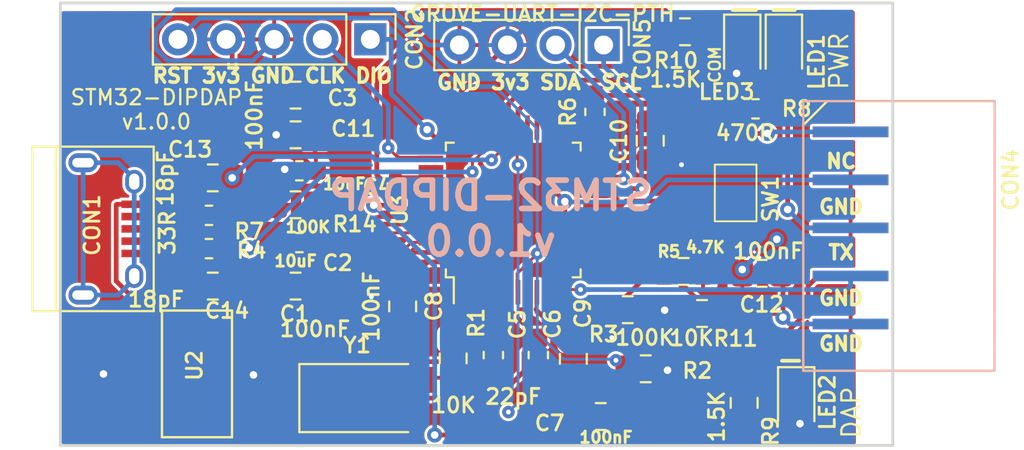
<source format=kicad_pcb>
(kicad_pcb (version 20171130) (host pcbnew 5.0.2-5.fc29)
  (layers (0 Top signal) (31 Bottom signal) (34 B.Paste user) (35 F.Paste user) (36 B.SilkS user) (37 F.SilkS user) (38 B.Mask user) (39 F.Mask user) (44 Edge.Cuts user))
  (net 0 "")
  (net 1 GND)
  (net 2 +3.3V)
  (net 3 /I2C1_SDA)
  (net 4 /I2C1_SCL)
  (net 5 "Net-(R14-Pad2)")
  (net 6 "Net-(U3-Pad43)")
  (net 7 /LED_DAP_BLUE)
  (net 8 /LED_COM_GRN)
  (net 9 "Net-(U3-Pad40)")
  (net 10 /SPI1_SCK)
  (net 11 "Net-(U3-Pad38)")
  (net 12 /IF_SWCLK)
  (net 13 /I2C2_SDA)
  (net 14 /I2C2_SCL)
  (net 15 /AIN12_9)
  (net 16 /TGT_NRESET)
  (net 17 /SPI1_MOSI)
  (net 18 /SPI1_MISO)
  (net 19 /TGT_SWCLK)
  (net 20 /SPI1_NSS)
  (net 21 /TGT_TX)
  (net 22 "Net-(R6-Pad1)")
  (net 23 /TGT_SWDIO)
  (net 24 "Net-(U3-Pad28)")
  (net 25 "Net-(U3-Pad29)")
  (net 26 /LED_PWR_RED)
  (net 27 /TGT_SWO)
  (net 28 "Net-(C13-Pad1)")
  (net 29 "Net-(C14-Pad1)")
  (net 30 /IF_SWDIO)
  (net 31 /TGT_RX)
  (net 32 /AIN12_1)
  (net 33 "Net-(R3-Pad2)")
  (net 34 /IF_NRESET)
  (net 35 "Net-(C6-Pad1)")
  (net 36 "Net-(C5-Pad1)")
  (net 37 "Net-(U3-Pad4)")
  (net 38 "Net-(U3-Pad3)")
  (net 39 "Net-(R1-Pad2)")
  (net 40 "Net-(C1-Pad1)")
  (net 41 /TGT_USB_D-)
  (net 42 /TGT_USB_D+)
  (net 43 "Net-(CON4-Pad1)")
  (net 44 "Net-(LED1-Pad2)")
  (net 45 "Net-(LED2-Pad1)")
  (net 46 "Net-(LED3-Pad1)")
  (net 47 "Net-(CON1-Pad4)")
  (net 48 "Net-(CON1-Pad6)")
  (module STM32-DIPDAP-v1.0.0:SOT223 (layer Top) (at 122.375 113.9 90)
    (fp_text reference U2 (at -0.475 3.2 90) (layer F.SilkS) (effects (font (size 0.8 0.8)) (justify left bottom)))
    (fp_text value TLV1117LV33DCYR)
    (pad IN smd rect (at 2.3 5.8 90) (size 0.95 2.15) (layers Top F.Paste F.Mask) (net 40 "Net-(C1-Pad1)"))
    (pad GND smd rect (at -2.3 5.8 90) (size 0.95 2.15) (layers Top F.Paste F.Mask) (net 1 GND))
    (pad "OUT(1)" smd rect (at 0 5.8 90) (size 0.95 2.15) (layers Top F.Paste F.Mask) (net 2 +3.3V))
    (pad "OUT(2)" smd rect (at 0 0 90) (size 3.25 2.15) (layers Top F.Paste F.Mask) (net 2 +3.3V))
  )
  (module STM32-DIPDAP-v1.0.0:SKRKAEE010 (layer Top) (at 153.7 104.35 90)
    (fp_text reference SW1 (at 1 1.375 90) (layer F.SilkS) (effects (font (size 0.8 0.8)) (justify right top)))
    (fp_text value SKRKAEE010 hide)
    (pad P$2 smd rect (at 2.1 0 90) (size 0.8 2) (layers Top F.Paste F.Mask) (net 1 GND))
    (pad P$1 smd rect (at -2.1 0 90) (size 0.8 2) (layers Top F.Paste F.Mask) (net 16 /TGT_NRESET))
  )
  (module STM32-DIPDAP-v1.0.0:TP07R (layer Top) (at 150.15 104.775)
    (fp_text reference TP1 hide)
    (fp_text value PTR1TP07R)
    (pad TP smd roundrect (at 0 0) (size 0.7 0.7) (layers Top F.Mask) (roundrect_rratio 0.5) (net 15 /AIN12_9))
  )
  (module STM32-DIPDAP-v1.0.0:TP07R (layer Top) (at 148.1 108.75)
    (fp_text reference TP2 hide)
    (fp_text value PTR1TP07R)
    (pad TP smd roundrect (at 0 0) (size 0.7 0.7) (layers Top F.Mask) (roundrect_rratio 0.5) (net 32 /AIN12_1))
  )
  (module STM32-DIPDAP-v1.0.0:TP07R (layer Top) (at 135.7271 107.8096)
    (fp_text reference TP3 hide)
    (fp_text value PTR1TP07R)
    (pad TP smd roundrect (at 0 0) (size 0.7 0.7) (layers Top F.Mask) (roundrect_rratio 0.5) (net 3 /I2C1_SDA))
  )
  (module STM32-DIPDAP-v1.0.0:TP07R (layer Top) (at 134.0761 107.8096)
    (fp_text reference TP4 hide)
    (fp_text value PTR1TP07R)
    (pad TP smd roundrect (at 0 0) (size 0.7 0.7) (layers Top F.Mask) (roundrect_rratio 0.5) (net 4 /I2C1_SCL))
  )
  (module STM32-DIPDAP-v1.0.0:TP07R (layer Top) (at 148.15 107.3)
    (fp_text reference TP5 hide)
    (fp_text value PTR1TP07R)
    (pad TP smd roundrect (at 0 0) (size 0.7 0.7) (layers Top F.Mask) (roundrect_rratio 0.5) (net 20 /SPI1_NSS))
  )
  (module STM32-DIPDAP-v1.0.0:TP07R (layer Top) (at 135.7271 103.4916)
    (fp_text reference TP6 hide)
    (fp_text value PTR1TP07R)
    (pad TP smd roundrect (at 0 0) (size 0.7 0.7) (layers Top F.Mask) (roundrect_rratio 0.5) (net 10 /SPI1_SCK))
  )
  (module STM32-DIPDAP-v1.0.0:TP07R (layer Top) (at 150.5 106.675)
    (fp_text reference TP7 hide)
    (fp_text value PTR1TP07R)
    (pad TP smd roundrect (at 0 0) (size 0.7 0.7) (layers Top F.Mask) (roundrect_rratio 0.5) (net 17 /SPI1_MOSI))
  )
  (module STM32-DIPDAP-v1.0.0:TP07R (layer Top) (at 149.35 106.675)
    (fp_text reference TP8 hide)
    (fp_text value PTR1TP07R)
    (pad TP smd roundrect (at 0 0) (size 0.7 0.7) (layers Top F.Mask) (roundrect_rratio 0.5) (net 18 /SPI1_MISO))
  )
  (module Capacitor_SMD:C_0805_2012Metric_Pad1.15x1.40mm_HandSolder (layer Top) (at 130.45 109.275)
    (fp_text reference C1 (at -0.05 1.475) (layer F.SilkS) (effects (font (size 0.8 0.8))))
    (fp_text value 100nF (at 1.025 2.275) (layer F.SilkS) (effects (font (size 0.8 0.8))))
    (pad 1 smd roundrect (at -1.025 0) (size 1.15 1.4) (layers Top F.Paste F.Mask) (roundrect_rratio 0.217391) (net 40 "Net-(C1-Pad1)"))
    (pad 2 smd roundrect (at 1.025 0) (size 1.15 1.4) (layers Top F.Paste F.Mask) (roundrect_rratio 0.217391) (net 1 GND))
  )
  (module Capacitor_SMD:C_0603_1608Metric_Pad1.05x0.95mm_HandSolder (layer Top) (at 130.65 106.975)
    (fp_text reference C2 (at 2.025 1.075) (layer F.SilkS) (effects (font (size 0.8 0.8))))
    (fp_text value 10uF (at -0.2 0.975) (layer F.SilkS) (effects (font (size 0.6 0.6))))
    (pad 2 smd roundrect (at 0.875 0) (size 1.05 0.95) (layers Top F.Paste F.Mask) (net 1 GND))
    (pad 1 smd roundrect (at -0.875 0) (size 1.05 0.95) (layers Top F.Paste F.Mask) (net 40 "Net-(C1-Pad1)"))
  )
  (module Capacitor_SMD:C_0805_2012Metric_Pad1.15x1.40mm_HandSolder (layer Top) (at 130.45 99.175)
    (fp_text reference C3 (at 2.475 0.15) (layer F.SilkS) (effects (font (size 0.8 0.8))))
    (fp_text value 100nF)
    (pad 1 smd roundrect (at -1.025 0) (size 1.15 1.4) (layers Top F.Paste F.Mask) (roundrect_rratio 0.217391) (net 2 +3.3V))
    (pad 2 smd roundrect (at 1.025 0) (size 1.15 1.4) (layers Top F.Paste F.Mask) (roundrect_rratio 0.217391) (net 1 GND))
  )
  (module Capacitor_SMD:C_0603_1608Metric_Pad1.05x0.95mm_HandSolder (layer Top) (at 130.65 103.175)
    (fp_text reference C4 (at 4.125 0.85) (layer F.SilkS) (effects (font (size 0.8 0.8))))
    (fp_text value 10uF (at 2.375 0.7) (layer F.SilkS) (effects (font (size 0.6 0.6))))
    (pad 1 smd roundrect (at -0.875 0) (size 1.05 0.95) (layers Top F.Paste F.Mask) (net 2 +3.3V))
    (pad 2 smd roundrect (at 0.875 0) (size 1.05 0.95) (layers Top F.Paste F.Mask) (net 1 GND))
  )
  (module Capacitor_SMD:C_0603_1608Metric_Pad1.05x0.95mm_HandSolder (layer Top) (at 140.9 112.925 270)
    (fp_text reference C5 (at -1.625 -1.275 270) (layer F.SilkS) (effects (font (size 0.8 0.8))))
    (fp_text value 22pF)
    (pad 2 smd roundrect (at 0.875 0 270) (size 1.05 0.95) (layers Top F.Paste F.Mask) (net 1 GND))
    (pad 1 smd roundrect (at -0.875 0 270) (size 1.05 0.95) (layers Top F.Paste F.Mask) (net 36 "Net-(C5-Pad1)"))
  )
  (module Capacitor_SMD:C_0603_1608Metric_Pad1.05x0.95mm_HandSolder (layer Top) (at 143.275 112.925 270)
    (fp_text reference C6 (at -1.65 -0.75 270) (layer F.SilkS) (effects (font (size 0.8 0.8))))
    (fp_text value 22pF (at 2.2 1.325) (layer F.SilkS) (effects (font (size 0.8 0.8))))
    (pad 1 smd roundrect (at -0.875 0 270) (size 1.05 0.95) (layers Top F.Paste F.Mask) (net 35 "Net-(C6-Pad1)"))
    (pad 2 smd roundrect (at 0.875 0 270) (size 1.05 0.95) (layers Top F.Paste F.Mask) (net 1 GND))
  )
  (module Capacitor_SMD:C_0805_2012Metric_Pad1.15x1.40mm_HandSolder (layer Top) (at 146.575 116.175 180)
    (fp_text reference C7 (at 2.7 -0.35 180) (layer F.SilkS) (effects (font (size 0.8 0.8))))
    (fp_text value 100nF (at -0.275 -1.1 180) (layer F.SilkS) (effects (font (size 0.6 0.6))))
    (pad 2 smd roundrect (at 1.025 0 180) (size 1.15 1.4) (layers Top F.Paste F.Mask) (roundrect_rratio 0.217391) (net 1 GND))
    (pad 1 smd roundrect (at -1.025 0 180) (size 1.15 1.4) (layers Top F.Paste F.Mask) (roundrect_rratio 0.217391) (net 34 /IF_NRESET))
  )
  (module Capacitor_SMD:C_0805_2012Metric_Pad1.15x1.40mm_HandSolder (layer Top) (at 136.1081 110.3496 270)
    (fp_text reference C8 (at 0 -1.65 270) (layer F.SilkS) (effects (font (size 0.8 0.8))))
    (fp_text value 100nF (at 0 1.65 270) (layer F.SilkS) (effects (font (size 0.8 0.8))))
    (pad 1 smd roundrect (at -1.025 0 270) (size 1.15 1.4) (layers Top F.Paste F.Mask) (roundrect_rratio 0.217391) (net 2 +3.3V))
    (pad 2 smd roundrect (at 1.025 0 270) (size 1.15 1.4) (layers Top F.Paste F.Mask) (roundrect_rratio 0.217391) (net 1 GND))
  )
  (module Capacitor_SMD:C_0805_2012Metric_Pad1.15x1.40mm_HandSolder (layer Top) (at 145.125 113.125 270)
    (fp_text reference C9 (at -2.4 -0.5 270) (layer F.SilkS) (effects (font (size 0.8 0.8))))
    (fp_text value 100nF)
    (pad 2 smd roundrect (at 1.025 0 270) (size 1.15 1.4) (layers Top F.Paste F.Mask) (roundrect_rratio 0.217391) (net 1 GND))
    (pad 1 smd roundrect (at -1.025 0 270) (size 1.15 1.4) (layers Top F.Paste F.Mask) (roundrect_rratio 0.217391) (net 2 +3.3V))
  )
  (module Capacitor_SMD:C_0805_2012Metric_Pad1.15x1.40mm_HandSolder (layer Top) (at 149.1891 101.5866 90)
    (fp_text reference C10 (at 0 -1.65 90) (layer F.SilkS) (effects (font (size 0.8 0.8))))
    (fp_text value 100nF)
    (pad 2 smd roundrect (at 1.025 0 90) (size 1.15 1.4) (layers Top F.Paste F.Mask) (roundrect_rratio 0.217391) (net 1 GND))
    (pad 1 smd roundrect (at -1.025 0 90) (size 1.15 1.4) (layers Top F.Paste F.Mask) (roundrect_rratio 0.217391) (net 2 +3.3V))
  )
  (module Capacitor_SMD:C_0805_2012Metric_Pad1.15x1.40mm_HandSolder (layer Top) (at 130.45 101.275)
    (fp_text reference C11 (at 3.05 -0.325) (layer F.SilkS) (effects (font (size 0.8 0.8))))
    (fp_text value 100nF (at -2.175 -1.025 90) (layer F.SilkS) (effects (font (size 0.8 0.8))))
    (pad 2 smd roundrect (at 1.025 0) (size 1.15 1.4) (layers Top F.Paste F.Mask) (roundrect_rratio 0.217391) (net 1 GND))
    (pad 1 smd roundrect (at -1.025 0) (size 1.15 1.4) (layers Top F.Paste F.Mask) (roundrect_rratio 0.217391) (net 2 +3.3V))
  )
  (module Capacitor_SMD:C_0805_2012Metric_Pad1.15x1.40mm_HandSolder (layer Top) (at 155.075 108.6 180)
    (fp_text reference C12 (at 0 -1.65 180) (layer F.SilkS) (effects (font (size 0.8 0.8))))
    (fp_text value 100nF (at -0.35 1.175 180) (layer F.SilkS) (effects (font (size 0.8 0.8))))
    (pad 1 smd roundrect (at -1.025 0 180) (size 1.15 1.4) (layers Top F.Paste F.Mask) (roundrect_rratio 0.217391) (net 16 /TGT_NRESET))
    (pad 2 smd roundrect (at 1.025 0 180) (size 1.15 1.4) (layers Top F.Paste F.Mask) (roundrect_rratio 0.217391) (net 1 GND))
  )
  (module Capacitor_SMD:C_0805_2012Metric_Pad1.15x1.40mm_HandSolder (layer Top) (at 126.075 103.552 180)
    (fp_text reference C13 (at 1.2 1.502 180) (layer F.SilkS) (effects (font (size 0.8 0.8))))
    (fp_text value 18pF (at 2.5 -0.023 270) (layer F.SilkS) (effects (font (size 0.8 0.8))))
    (pad 1 smd roundrect (at -1.025 0 180) (size 1.15 1.4) (layers Top F.Paste F.Mask) (roundrect_rratio 0.217391) (net 28 "Net-(C13-Pad1)"))
    (pad 2 smd roundrect (at 1.025 0 180) (size 1.15 1.4) (layers Top F.Paste F.Mask) (roundrect_rratio 0.217391) (net 1 GND))
  )
  (module Capacitor_SMD:C_0805_2012Metric_Pad1.15x1.40mm_HandSolder (layer Top) (at 126.075 109.275 180)
    (fp_text reference C14 (at -0.75 -1.3 180) (layer F.SilkS) (effects (font (size 0.8 0.8))))
    (fp_text value 18pF (at 3 -0.7 180) (layer F.SilkS) (effects (font (size 0.8 0.8))))
    (pad 2 smd roundrect (at 1.025 0 180) (size 1.15 1.4) (layers Top F.Paste F.Mask) (roundrect_rratio 0.217391) (net 1 GND))
    (pad 1 smd roundrect (at -1.025 0 180) (size 1.15 1.4) (layers Top F.Paste F.Mask) (roundrect_rratio 0.217391) (net 29 "Net-(C14-Pad1)"))
  )
  (module Icenowy_Connectors:USB_Micro-B_Connector (layer Top) (at 120.575 106.25 270)
    (fp_text reference CON1 (at -0.2 0.875 270) (layer F.SilkS) (effects (font (size 0.8 0.8))))
    (fp_text value USB_B_Micro)
    (pad 1 smd rect (at -1.3 -1.35) (size 1.35 0.4) (layers Top F.Paste F.Mask) (net 40 "Net-(C1-Pad1)"))
    (pad 2 smd rect (at -0.65 -1.35) (size 1.35 0.4) (layers Top F.Paste F.Mask) (net 41 /TGT_USB_D-))
    (pad 3 smd rect (at 0 -1.35) (size 1.35 0.4) (layers Top F.Paste F.Mask) (net 42 /TGT_USB_D+))
    (pad 4 smd rect (at 0.65 -1.35) (size 1.35 0.4) (layers Top F.Paste F.Mask) (net 47 "Net-(CON1-Pad4)"))
    (pad 5 smd rect (at 1.3 -1.35) (size 1.35 0.4) (layers Top F.Paste F.Mask) (net 1 GND))
    (pad 6 thru_hole oval (at -2.5 -1.35) (size 0.95 1.25) (drill oval 0.55 0.85) (layers *.Cu *.Mask) (net 48 "Net-(CON1-Pad6)"))
    (pad 6 thru_hole oval (at 2.5 -1.35) (size 0.95 1.25) (drill oval 0.55 0.85) (layers *.Cu *.Mask) (net 48 "Net-(CON1-Pad6)"))
    (pad 6 thru_hole oval (at -3.5 1.35) (size 1.55 1) (drill oval 1.15 0.5) (layers *.Cu *.Mask) (net 48 "Net-(CON1-Pad6)"))
    (pad 6 thru_hole oval (at 3.5 1.35) (size 1.55 1) (drill oval 1.15 0.5) (layers *.Cu *.Mask) (net 48 "Net-(CON1-Pad6)"))
  )
  (module Icenowy_Connectors:Connector_2x05_P2.54mm_Edge (layer Top) (at 162.275 103.65 270)
    (fp_text reference CON4 (at 0 -5.95 270) (layer F.SilkS) (effects (font (size 0.8 0.8))))
    (fp_text value SWD-10-SMD)
    (pad 10 connect rect (at 7.63 2.5 270) (size 0.56 4) (layers Bottom B.Mask) (net 16 /TGT_NRESET))
    (pad 9 connect rect (at 7.63 2.5 270) (size 0.56 4) (layers Top F.Mask) (net 1 GND))
    (pad 8 connect rect (at 5.09 2.5 270) (size 0.56 4) (layers Bottom B.Mask) (net 31 /TGT_RX))
    (pad 7 connect rect (at 5.09 2.5 270) (size 0.56 4) (layers Top F.Mask) (net 21 /TGT_TX))
    (pad 6 connect rect (at 2.55 2.5 270) (size 0.56 4) (layers Bottom B.Mask) (net 27 /TGT_SWO))
    (pad 5 connect rect (at 2.55 2.5 270) (size 0.56 4) (layers Top F.Mask) (net 1 GND))
    (pad 4 connect rect (at 0.01 2.5 270) (size 0.56 4) (layers Bottom B.Mask) (net 19 /TGT_SWCLK))
    (pad 3 connect rect (at 0.01 2.5 270) (size 0.56 4) (layers Top F.Mask) (net 1 GND))
    (pad 2 connect rect (at -2.53 2.5 270) (size 0.56 4) (layers Bottom B.Mask) (net 23 /TGT_SWDIO))
    (pad 1 connect rect (at -2.53 2.5 270) (size 0.56 4) (layers Top F.Mask) (net 43 "Net-(CON4-Pad1)"))
  )
  (module LED_SMD:LED_0805_2012Metric_Pad1.15x1.40mm_HandSolder (layer Top) (at 156.25 96.775 270)
    (fp_text reference LED1 (at 0.65 -1.725 270) (layer F.SilkS) (effects (font (size 0.8 0.8))))
    (fp_text value RED)
    (pad 1 smd roundrect (at -1.025 0 270) (size 1.15 1.4) (layers Top F.Paste F.Mask) (roundrect_rratio 0.217) (net 1 GND))
    (pad 2 smd roundrect (at 1.025 0 270) (size 1.15 1.4) (layers Top F.Paste F.Mask) (roundrect_rratio 0.217) (net 44 "Net-(LED1-Pad2)"))
  )
  (module LED_SMD:LED_0805_2012Metric_Pad1.15x1.40mm_HandSolder (layer Top) (at 156.9 115.425 270)
    (fp_text reference LED2 (at 0 -1.65 270) (layer F.SilkS) (effects (font (size 0.8 0.8))))
    (fp_text value BLUE)
    (pad 2 smd roundrect (at 1.025 0 270) (size 1.15 1.4) (layers Top F.Paste F.Mask) (roundrect_rratio 0.217) (net 2 +3.3V))
    (pad 1 smd roundrect (at -1.025 0 270) (size 1.15 1.4) (layers Top F.Paste F.Mask) (roundrect_rratio 0.217) (net 45 "Net-(LED2-Pad1)"))
  )
  (module LED_SMD:LED_0805_2012Metric_Pad1.15x1.40mm_HandSolder (layer Top) (at 154.05 96.775 270)
    (fp_text reference LED3 (at 2.225 0.825) (layer F.SilkS) (effects (font (size 0.8 0.8))))
    (fp_text value GREEN)
    (pad 1 smd roundrect (at -1.025 0 270) (size 1.15 1.4) (layers Top F.Paste F.Mask) (roundrect_rratio 0.217) (net 46 "Net-(LED3-Pad1)"))
    (pad 2 smd roundrect (at 1.025 0 270) (size 1.15 1.4) (layers Top F.Paste F.Mask) (roundrect_rratio 0.217) (net 2 +3.3V))
  )
  (module Resistor_SMD:R_0805_2012Metric_Pad1.15x1.40mm_HandSolder (layer Top) (at 138.775 113.1 90)
    (fp_text reference R1 (at 1.875 1.225 90) (layer F.SilkS) (effects (font (size 0.8 0.8))))
    (fp_text value 10K (at -2.475 0.025 180) (layer F.SilkS) (effects (font (size 0.8 0.8))))
    (pad 2 smd roundrect (at 1.025 0 90) (size 1.15 1.4) (layers Top F.Paste F.Mask) (roundrect_rratio 0.217391) (net 39 "Net-(R1-Pad2)"))
    (pad 1 smd roundrect (at -1.025 0 90) (size 1.15 1.4) (layers Top F.Paste F.Mask) (roundrect_rratio 0.217391) (net 1 GND))
  )
  (module Resistor_SMD:R_0805_2012Metric_Pad1.15x1.40mm_HandSolder (layer Top) (at 148.95 113.65 180)
    (fp_text reference R2 (at -2.725 -0.1 180) (layer F.SilkS) (effects (font (size 0.8 0.8))))
    (fp_text value 100K (at 0.05 1.65 180) (layer F.SilkS) (effects (font (size 0.8 0.8))))
    (pad 1 smd roundrect (at -1.025 0 180) (size 1.15 1.4) (layers Top F.Paste F.Mask) (roundrect_rratio 0.217391) (net 2 +3.3V))
    (pad 2 smd roundrect (at 1.025 0 180) (size 1.15 1.4) (layers Top F.Paste F.Mask) (roundrect_rratio 0.217391) (net 34 /IF_NRESET))
  )
  (module Resistor_SMD:R_0805_2012Metric_Pad1.15x1.40mm_HandSolder (layer Top) (at 148 110.525 180)
    (fp_text reference R3 (at 1.275 -1.3 180) (layer F.SilkS) (effects (font (size 0.8 0.8))))
    (fp_text value 4.7K)
    (pad 2 smd roundrect (at 1.025 0 180) (size 1.15 1.4) (layers Top F.Paste F.Mask) (roundrect_rratio 0.217391) (net 33 "Net-(R3-Pad2)"))
    (pad 1 smd roundrect (at -1.025 0 180) (size 1.15 1.4) (layers Top F.Paste F.Mask) (roundrect_rratio 0.217391) (net 2 +3.3V))
  )
  (module Resistor_SMD:R_0603_1608Metric_Pad1.05x0.95mm_HandSolder (layer Top) (at 125.875 107.294 180)
    (fp_text reference R4 (at -2.25 -0.106 180) (layer F.SilkS) (effects (font (size 0.8 0.8))))
    (fp_text value 33R (at 2.2 0.844 90) (layer F.SilkS) (effects (font (size 0.8 0.8))))
    (pad 1 smd roundrect (at -0.875 0 180) (size 1.05 0.95) (layers Top F.Paste F.Mask) (net 29 "Net-(C14-Pad1)"))
    (pad 2 smd roundrect (at 0.875 0 180) (size 1.05 0.95) (layers Top F.Paste F.Mask) (net 42 /TGT_USB_D+))
  )
  (module Resistor_SMD:R_0805_2012Metric_Pad1.15x1.40mm_HandSolder (layer Top) (at 150.95 108.5)
    (fp_text reference R5 (at -0.775 -1.05) (layer F.SilkS) (effects (font (size 0.6 0.6))))
    (fp_text value 4.7K (at 1.15 -1.275) (layer F.SilkS) (effects (font (size 0.6 0.6))))
    (pad 1 smd roundrect (at -1.025 0) (size 1.15 1.4) (layers Top F.Paste F.Mask) (roundrect_rratio 0.217391) (net 33 "Net-(R3-Pad2)"))
    (pad 2 smd roundrect (at 1.025 0) (size 1.15 1.4) (layers Top F.Paste F.Mask) (roundrect_rratio 0.217391) (net 1 GND))
  )
  (module Resistor_SMD:R_0603_1608Metric_Pad1.05x0.95mm_HandSolder (layer Top) (at 146.2681 100.0626 90)
    (fp_text reference R6 (at 0 -1.43 90) (layer F.SilkS) (effects (font (size 0.8 0.8))))
    (fp_text value 100R)
    (pad 1 smd roundrect (at -0.875 0 90) (size 1.05 0.95) (layers Top F.Paste F.Mask) (net 22 "Net-(R6-Pad1)"))
    (pad 2 smd roundrect (at 0.875 0 90) (size 1.05 0.95) (layers Top F.Paste F.Mask) (net 23 /TGT_SWDIO))
  )
  (module Resistor_SMD:R_0603_1608Metric_Pad1.05x0.95mm_HandSolder (layer Top) (at 125.875 105.533 180)
    (fp_text reference R7 (at -2.125 -0.842 180) (layer F.SilkS) (effects (font (size 0.8 0.8))))
    (fp_text value 33R)
    (pad 2 smd roundrect (at 0.875 0 180) (size 1.05 0.95) (layers Top F.Paste F.Mask) (net 41 /TGT_USB_D-))
    (pad 1 smd roundrect (at -0.875 0 180) (size 1.05 0.95) (layers Top F.Paste F.Mask) (net 28 "Net-(C13-Pad1)"))
  )
  (module Resistor_SMD:R_0603_1608Metric_Pad1.05x0.95mm_HandSolder (layer Top) (at 154.75 99.9 180)
    (fp_text reference R8 (at -2.175 0 180) (layer F.SilkS) (effects (font (size 0.8 0.8))))
    (fp_text value 470R (at 0.55 -1.275 180) (layer F.SilkS) (effects (font (size 0.8 0.8))))
    (pad 2 smd roundrect (at 0.875 0 180) (size 1.05 0.95) (layers Top F.Paste F.Mask) (net 26 /LED_PWR_RED))
    (pad 1 smd roundrect (at -0.875 0 180) (size 1.05 0.95) (layers Top F.Paste F.Mask) (net 44 "Net-(LED1-Pad2)"))
  )
  (module Resistor_SMD:R_0805_2012Metric_Pad1.15x1.40mm_HandSolder (layer Top) (at 154.15 115.45 270)
    (fp_text reference R9 (at 1.5 -1.4 270) (layer F.SilkS) (effects (font (size 0.8 0.8))))
    (fp_text value 1.5K (at 0.725 1.45 270) (layer F.SilkS) (effects (font (size 0.8 0.8))))
    (pad 1 smd roundrect (at -1.025 0 270) (size 1.15 1.4) (layers Top F.Paste F.Mask) (roundrect_rratio 0.217391) (net 45 "Net-(LED2-Pad1)"))
    (pad 2 smd roundrect (at 1.025 0 270) (size 1.15 1.4) (layers Top F.Paste F.Mask) (roundrect_rratio 0.217391) (net 7 /LED_DAP_BLUE))
  )
  (module Resistor_SMD:R_0805_2012Metric_Pad1.15x1.40mm_HandSolder (layer Top) (at 151.025 95.825 180)
    (fp_text reference R10 (at 0.475 -1.525 180) (layer F.SilkS) (effects (font (size 0.8 0.8))))
    (fp_text value 1.5K (at 0.5 -2.525 180) (layer F.SilkS) (effects (font (size 0.8 0.8))))
    (pad 2 smd roundrect (at 1.025 0 180) (size 1.15 1.4) (layers Top F.Paste F.Mask) (roundrect_rratio 0.217391) (net 8 /LED_COM_GRN))
    (pad 1 smd roundrect (at -1.025 0 180) (size 1.15 1.4) (layers Top F.Paste F.Mask) (roundrect_rratio 0.217391) (net 46 "Net-(LED3-Pad1)"))
  )
  (module Resistor_SMD:R_0805_2012Metric_Pad1.15x1.40mm_HandSolder (layer Top) (at 151.925 110.725)
    (fp_text reference R11 (at 1.775 1.325) (layer F.SilkS) (effects (font (size 0.8 0.8))))
    (fp_text value 10K (at -0.55 1.3) (layer F.SilkS) (effects (font (size 0.8 0.8))))
    (pad 2 smd roundrect (at 1.025 0) (size 1.15 1.4) (layers Top F.Paste F.Mask) (roundrect_rratio 0.217391) (net 16 /TGT_NRESET))
    (pad 1 smd roundrect (at -1.025 0) (size 1.15 1.4) (layers Top F.Paste F.Mask) (roundrect_rratio 0.217391) (net 2 +3.3V))
  )
  (module Resistor_SMD:R_0805_2012Metric_Pad1.15x1.40mm_HandSolder (layer Top) (at 130.45 104.975)
    (fp_text reference R14 (at 3.125 1.025) (layer F.SilkS) (effects (font (size 0.8 0.8))))
    (fp_text value 100K (at 0.65 1.175) (layer F.SilkS) (effects (font (size 0.6 0.6))))
    (pad 1 smd roundrect (at -1.025 0) (size 1.15 1.4) (layers Top F.Paste F.Mask) (roundrect_rratio 0.217391) (net 1 GND))
    (pad 2 smd roundrect (at 1.025 0) (size 1.15 1.4) (layers Top F.Paste F.Mask) (roundrect_rratio 0.217391) (net 5 "Net-(R14-Pad2)"))
  )
  (module Package_QFP:LQFP-48_7x7mm_P0.5mm (layer Top) (at 141.95 105.25 90)
    (fp_text reference U3 (at 0 -6 90) (layer F.SilkS) (effects (font (size 0.8 0.8))))
    (fp_text value STM32F103CBT6)
    (pad 1 smd rect (at -4.35 -2.75 90) (size 1.3 0.25) (layers Top F.Paste F.Mask) (net 2 +3.3V))
    (pad 2 smd rect (at -4.35 -2.25 90) (size 1.3 0.25) (layers Top F.Paste F.Mask) (net 39 "Net-(R1-Pad2)"))
    (pad 3 smd rect (at -4.35 -1.75 90) (size 1.3 0.25) (layers Top F.Paste F.Mask) (net 38 "Net-(U3-Pad3)"))
    (pad 4 smd rect (at -4.35 -1.25 90) (size 1.3 0.25) (layers Top F.Paste F.Mask) (net 37 "Net-(U3-Pad4)"))
    (pad 5 smd rect (at -4.35 -0.75 90) (size 1.3 0.25) (layers Top F.Paste F.Mask) (net 36 "Net-(C5-Pad1)"))
    (pad 6 smd rect (at -4.35 -0.25 90) (size 1.3 0.25) (layers Top F.Paste F.Mask) (net 35 "Net-(C6-Pad1)"))
    (pad 7 smd rect (at -4.35 0.25 90) (size 1.3 0.25) (layers Top F.Paste F.Mask) (net 34 /IF_NRESET))
    (pad 8 smd rect (at -4.35 0.75 90) (size 1.3 0.25) (layers Top F.Paste F.Mask) (net 1 GND))
    (pad 9 smd rect (at -4.35 1.25 90) (size 1.3 0.25) (layers Top F.Paste F.Mask) (net 2 +3.3V))
    (pad 10 smd rect (at -4.35 1.75 90) (size 1.3 0.25) (layers Top F.Paste F.Mask) (net 33 "Net-(R3-Pad2)"))
    (pad 11 smd rect (at -4.35 2.25 90) (size 1.3 0.25) (layers Top F.Paste F.Mask) (net 32 /AIN12_1))
    (pad 12 smd rect (at -4.35 2.75 90) (size 1.3 0.25) (layers Top F.Paste F.Mask) (net 31 /TGT_RX))
    (pad 13 smd rect (at -2.75 4.35 180) (size 1.3 0.25) (layers Top F.Paste F.Mask) (net 21 /TGT_TX))
    (pad 14 smd rect (at -2.25 4.35 180) (size 1.3 0.25) (layers Top F.Paste F.Mask) (net 20 /SPI1_NSS))
    (pad 15 smd rect (at -1.75 4.35 180) (size 1.3 0.25) (layers Top F.Paste F.Mask) (net 19 /TGT_SWCLK))
    (pad 16 smd rect (at -1.25 4.35 180) (size 1.3 0.25) (layers Top F.Paste F.Mask) (net 18 /SPI1_MISO))
    (pad 17 smd rect (at -0.75 4.35 180) (size 1.3 0.25) (layers Top F.Paste F.Mask) (net 17 /SPI1_MOSI))
    (pad 18 smd rect (at -0.25 4.35 180) (size 1.3 0.25) (layers Top F.Paste F.Mask) (net 16 /TGT_NRESET))
    (pad 19 smd rect (at 0.25 4.35 180) (size 1.3 0.25) (layers Top F.Paste F.Mask) (net 15 /AIN12_9))
    (pad 20 smd rect (at 0.75 4.35 180) (size 1.3 0.25) (layers Top F.Paste F.Mask) (net 1 GND))
    (pad 21 smd rect (at 1.25 4.35 180) (size 1.3 0.25) (layers Top F.Paste F.Mask) (net 14 /I2C2_SCL))
    (pad 22 smd rect (at 1.75 4.35 180) (size 1.3 0.25) (layers Top F.Paste F.Mask) (net 13 /I2C2_SDA))
    (pad 23 smd rect (at 2.25 4.35 180) (size 1.3 0.25) (layers Top F.Paste F.Mask) (net 1 GND))
    (pad 24 smd rect (at 2.75 4.35 180) (size 1.3 0.25) (layers Top F.Paste F.Mask) (net 2 +3.3V))
    (pad 25 smd rect (at 4.35 2.75 90) (size 1.3 0.25) (layers Top F.Paste F.Mask) (net 22 "Net-(R6-Pad1)"))
    (pad 26 smd rect (at 4.35 2.25 90) (size 1.3 0.25) (layers Top F.Paste F.Mask) (net 19 /TGT_SWCLK))
    (pad 27 smd rect (at 4.35 1.75 90) (size 1.3 0.25) (layers Top F.Paste F.Mask) (net 23 /TGT_SWDIO))
    (pad 28 smd rect (at 4.35 1.25 90) (size 1.3 0.25) (layers Top F.Paste F.Mask) (net 24 "Net-(U3-Pad28)"))
    (pad 29 smd rect (at 4.35 0.75 90) (size 1.3 0.25) (layers Top F.Paste F.Mask) (net 25 "Net-(U3-Pad29)"))
    (pad 30 smd rect (at 4.35 0.25 90) (size 1.3 0.25) (layers Top F.Paste F.Mask) (net 26 /LED_PWR_RED))
    (pad 31 smd rect (at 4.35 -0.25 90) (size 1.3 0.25) (layers Top F.Paste F.Mask) (net 27 /TGT_SWO))
    (pad 32 smd rect (at 4.35 -0.75 90) (size 1.3 0.25) (layers Top F.Paste F.Mask) (net 28 "Net-(C13-Pad1)"))
    (pad 33 smd rect (at 4.35 -1.25 90) (size 1.3 0.25) (layers Top F.Paste F.Mask) (net 29 "Net-(C14-Pad1)"))
    (pad 34 smd rect (at 4.35 -1.75 90) (size 1.3 0.25) (layers Top F.Paste F.Mask) (net 30 /IF_SWDIO))
    (pad 35 smd rect (at 4.35 -2.25 90) (size 1.3 0.25) (layers Top F.Paste F.Mask) (net 1 GND))
    (pad 36 smd rect (at 4.35 -2.75 90) (size 1.3 0.25) (layers Top F.Paste F.Mask) (net 2 +3.3V))
    (pad 37 smd rect (at 2.75 -4.35 180) (size 1.3 0.25) (layers Top F.Paste F.Mask) (net 12 /IF_SWCLK))
    (pad 38 smd rect (at 2.25 -4.35 180) (size 1.3 0.25) (layers Top F.Paste F.Mask) (net 11 "Net-(U3-Pad38)"))
    (pad 39 smd rect (at 1.75 -4.35 180) (size 1.3 0.25) (layers Top F.Paste F.Mask) (net 10 /SPI1_SCK))
    (pad 40 smd rect (at 1.25 -4.35 180) (size 1.3 0.25) (layers Top F.Paste F.Mask) (net 9 "Net-(U3-Pad40)"))
    (pad 41 smd rect (at 0.75 -4.35 180) (size 1.3 0.25) (layers Top F.Paste F.Mask) (net 8 /LED_COM_GRN))
    (pad 42 smd rect (at 0.25 -4.35 180) (size 1.3 0.25) (layers Top F.Paste F.Mask) (net 7 /LED_DAP_BLUE))
    (pad 43 smd rect (at -0.25 -4.35 180) (size 1.3 0.25) (layers Top F.Paste F.Mask) (net 6 "Net-(U3-Pad43)"))
    (pad 44 smd rect (at -0.75 -4.35 180) (size 1.3 0.25) (layers Top F.Paste F.Mask) (net 5 "Net-(R14-Pad2)"))
    (pad 45 smd rect (at -1.25 -4.35 180) (size 1.3 0.25) (layers Top F.Paste F.Mask) (net 4 /I2C1_SCL))
    (pad 46 smd rect (at -1.75 -4.35 180) (size 1.3 0.25) (layers Top F.Paste F.Mask) (net 3 /I2C1_SDA))
    (pad 47 smd rect (at -2.25 -4.35 180) (size 1.3 0.25) (layers Top F.Paste F.Mask) (net 1 GND))
    (pad 48 smd rect (at -2.75 -4.35 180) (size 1.3 0.25) (layers Top F.Paste F.Mask) (net 2 +3.3V))
  )
  (module Crystal:Crystal_SMD_5032-2Pin_5.0x3.2mm (layer Top) (at 133.7 115.2)
    (fp_text reference Y1 (at 0 -2.8) (layer F.SilkS) (effects (font (size 0.8 0.8))))
    (fp_text value 8M)
    (pad 1 smd rect (at -1.85 0) (size 2 2.4) (layers Top F.Paste F.Mask) (net 36 "Net-(C5-Pad1)"))
    (pad 2 smd rect (at 1.85 0) (size 2 2.4) (layers Top F.Paste F.Mask) (net 35 "Net-(C6-Pad1)"))
  )
  (module Connector_PinHeader_2.54mm:PinHeader_1x04_P2.54mm_Vertical (layer Top) (at 146.725 96.525 270)
    (fp_text reference CON5 (at 0.225 -2.05 270) (layer F.SilkS) (effects (font (size 0.8 0.8))))
    (fp_text value GROVE-UART-I2C-PTH (at -1.65 3.225) (layer F.SilkS) (effects (font (size 0.8 0.8))))
    (pad 1 thru_hole rect (at 0 0 270) (size 1.7 1.7) (drill 1) (layers *.Cu *.Mask) (net 14 /I2C2_SCL))
    (pad 2 thru_hole oval (at 0 2.54 270) (size 1.7 1.7) (drill 1) (layers *.Cu *.Mask) (net 13 /I2C2_SDA))
    (pad 3 thru_hole oval (at 0 5.08 270) (size 1.7 1.7) (drill 1) (layers *.Cu *.Mask) (net 2 +3.3V))
    (pad 4 thru_hole oval (at 0 7.62 270) (size 1.7 1.7) (drill 1) (layers *.Cu *.Mask) (net 1 GND))
  )
  (module Connector_PinHeader_2.54mm:PinHeader_1x05_P2.54mm_Vertical (layer Top) (at 134.4 96.225 270)
    (fp_text reference CON2 (at 0 -2.33 270) (layer F.SilkS) (effects (font (size 0.8 0.8))))
    (fp_text value IF)
    (pad 1 thru_hole rect (at 0 0 270) (size 1.7 1.7) (drill 1) (layers *.Cu *.Mask) (net 30 /IF_SWDIO))
    (pad 2 thru_hole oval (at 0 2.54 270) (size 1.7 1.7) (drill 1) (layers *.Cu *.Mask) (net 12 /IF_SWCLK))
    (pad 3 thru_hole oval (at 0 5.08 270) (size 1.7 1.7) (drill 1) (layers *.Cu *.Mask) (net 1 GND))
    (pad 4 thru_hole oval (at 0 7.62 270) (size 1.7 1.7) (drill 1) (layers *.Cu *.Mask) (net 2 +3.3V))
    (pad 5 thru_hole oval (at 0 10.16 270) (size 1.7 1.7) (drill 1) (layers *.Cu *.Mask) (net 34 /IF_NRESET))
  )
  (gr_text "STM32-DIPDAP\nv1.0.0" (at 140.75 105.7) (layer B.SilkS) (effects (font (size 1.5 1.5) (thickness 0.3)) (justify mirror)))
  (gr_line (start 156.15 113.225) (end 157.05 113.225) (layer F.SilkS) (width 0.2))
  (gr_line (start 153.55 94.675) (end 154.775 94.675) (layer F.SilkS) (width 0.2))
  (gr_line (start 155.7 94.675) (end 156.825 94.675) (layer F.SilkS) (width 0.2))
  (gr_text "GND 3v3 SDA  SCL" (at 143.325 98.5) (layer F.SilkS) (effects (font (size 0.75 0.75) (thickness 0.1875))))
  (gr_text "RST 3v3 GND CLK DIO" (at 129.225 98.15) (layer F.SilkS) (effects (font (size 0.75 0.75) (thickness 0.1875))))
  (gr_text "NC\n\nGND\n\nTX\n\nGND\n\nGND" (at 159.275 107.5) (layer F.SilkS) (effects (font (size 0.75 0.75) (thickness 0.1875))))
  (gr_line (start 118.0211 117.7036) (end 162 117.7036) (layer Edge.Cuts) (width 0.15))
  (gr_line (start 162 117.7036) (end 162 94.3036) (layer Edge.Cuts) (width 0.15))
  (gr_line (start 162 94.3036) (end 118.0211 94.3036) (layer Edge.Cuts) (width 0.15))
  (gr_line (start 118.0211 94.3036) (end 118.0211 117.7036) (layer Edge.Cuts) (width 0.15))
  (gr_text COM (at 152.95 98.6 90) (layer F.SilkS) (effects (font (size 0.6 0.6) (thickness 0.12192)) (justify left bottom)))
  (gr_text PWR (at 159.725 98.975 90) (layer F.SilkS) (effects (font (size 0.9652 0.9652) (thickness 0.12192)) (justify left bottom)))
  (gr_text DAP (at 160.375 117.425 90) (layer F.SilkS) (effects (font (size 0.9652 0.9652) (thickness 0.12192)) (justify left bottom)))
  (gr_text "STM32-DIPDAP\nv1.0.0" (at 123.1 101.05) (layer F.SilkS) (effects (font (size 0.8 0.8) (thickness 0.12192)) (justify bottom)))
  (via (at 154.05 108.4) (size 0.8) (drill 0.4) (layers Top Bottom) (net 1))
  (segment (start 131.025928 102.675928) (end 131.525 103.175) (width 0.25) (layer Top) (net 1))
  (segment (start 130.77259 102.42259) (end 131.025928 102.675928) (width 0.25) (layer Top) (net 1))
  (segment (start 129.274216 102.42259) (end 130.77259 102.42259) (width 0.25) (layer Top) (net 1))
  (segment (start 128.801628 102.895178) (end 129.274216 102.42259) (width 0.25) (layer Top) (net 1))
  (segment (start 128.801628 104.351628) (end 128.801628 102.895178) (width 0.25) (layer Top) (net 1))
  (segment (start 129.425 104.975) (end 128.801628 104.351628) (width 0.25) (layer Top) (net 1))
  (segment (start 131.525 109.225) (end 131.475 109.275) (width 0.25) (layer Top) (net 1))
  (segment (start 131.525 106.975) (end 131.525 109.225) (width 0.25) (layer Top) (net 1))
  (segment (start 133.5746 111.3746) (end 136.1081 111.3746) (width 0.25) (layer Top) (net 1))
  (segment (start 131.475 109.275) (end 133.5746 111.3746) (width 0.25) (layer Top) (net 1))
  (segment (start 148.565728 101.184972) (end 149.1891 100.5616) (width 0.25) (layer Top) (net 1))
  (segment (start 148.01069 101.74001) (end 148.565728 101.184972) (width 0.25) (layer Top) (net 1))
  (segment (start 145.785668 101.74001) (end 148.01069 101.74001) (width 0.25) (layer Top) (net 1))
  (segment (start 145.372599 102.153079) (end 145.785668 101.74001) (width 0.25) (layer Top) (net 1))
  (segment (start 145.372599 102.972599) (end 145.372599 102.153079) (width 0.25) (layer Top) (net 1))
  (segment (start 145.4 103) (end 145.372599 102.972599) (width 0.25) (layer Top) (net 1))
  (segment (start 146.3 103) (end 145.4 103) (width 0.25) (layer Top) (net 1))
  (segment (start 137.468414 96.525) (end 135.599424 94.65601) (width 0.25) (layer Bottom) (net 1))
  (segment (start 139.105 96.525) (end 137.468414 96.525) (width 0.25) (layer Bottom) (net 1))
  (segment (start 124.140436 94.65601) (end 123.05 95.746446) (width 0.25) (layer Bottom) (net 1))
  (segment (start 135.599424 94.65601) (end 124.140436 94.65601) (width 0.25) (layer Bottom) (net 1))
  (segment (start 128.470001 97.074999) (end 129.32 96.225) (width 0.25) (layer Bottom) (net 1))
  (segment (start 128.192599 97.352401) (end 128.470001 97.074999) (width 0.25) (layer Bottom) (net 1))
  (segment (start 123.698847 97.352401) (end 128.192599 97.352401) (width 0.25) (layer Bottom) (net 1))
  (segment (start 123.05 96.703554) (end 123.698847 97.352401) (width 0.25) (layer Bottom) (net 1))
  (segment (start 123.05 95.746446) (end 123.05 96.703554) (width 0.25) (layer Bottom) (net 1))
  (segment (start 157.525 106.2) (end 159.775 106.2) (width 0.25) (layer Top) (net 1))
  (via (at 155.875 106.8) (size 0.8) (drill 0.4) (layers Top Bottom) (net 1))
  (segment (start 156.475 106.2) (end 155.875 106.8) (width 0.25) (layer Top) (net 1))
  (segment (start 159.775 106.2) (end 156.475 106.2) (width 0.25) (layer Top) (net 1))
  (segment (start 153.7 104.625) (end 155.875 106.8) (width 0.25) (layer Top) (net 1))
  (segment (start 153.7 103.25) (end 153.7 104.625) (width 0.25) (layer Top) (net 1))
  (segment (start 153.7 103.25) (end 153.7 103.477554) (width 0.25) (layer Top) (net 1))
  (segment (start 153.7 102.25) (end 153.7 103.25) (width 0.25) (layer Top) (net 1))
  (segment (start 155.65 106.8) (end 154.05 108.4) (width 0.25) (layer Bottom) (net 1))
  (segment (start 155.875 106.8) (end 155.65 106.8) (width 0.25) (layer Bottom) (net 1))
  (via (at 156.2 110.925) (size 0.8) (drill 0.4) (layers Top Bottom) (net 16))
  (via (at 157.1 116.55) (size 0.8) (drill 0.4) (layers Top Bottom) (net 2))
  (via (at 150.1 113.725) (size 0.8) (drill 0.4) (layers Top Bottom) (net 2))
  (via (at 149.95 110.55) (size 0.8) (drill 0.4) (layers Top Bottom) (net 2))
  (via (at 153.75 98.025) (size 0.8) (drill 0.4) (layers Top Bottom) (net 2))
  (via (at 137.4 101) (size 0.8) (drill 0.4) (layers Top Bottom) (net 30))
  (via (at 128 107.25) (size 0.8) (drill 0.4) (layers Top Bottom) (net 29))
  (via (at 129.875 103.1) (size 0.8) (drill 0.4) (layers Top Bottom) (net 2))
  (via (at 120.3 113.925) (size 0.8) (drill 0.4) (layers Top Bottom) (net 2))
  (via (at 128.225 113.975) (size 0.8) (drill 0.4) (layers Top Bottom) (net 2))
  (segment (start 144.6171 111.4926) (end 144.7441 111.6196) (width 0.1524) (layer Top) (net 2))
  (segment (start 144.7441 111.6196) (end 144.7831 111.6586) (width 0.1524) (layer Top) (net 2))
  (segment (start 144.7831 111.6586) (end 145.8871 111.6586) (width 0.1524) (layer Top) (net 2))
  (segment (start 145.8871 111.6586) (end 146.8151 111.6586) (width 0.1524) (layer Top) (net 2))
  (segment (start 146.8151 111.6586) (end 147.1571 112.0006) (width 0.1524) (layer Top) (net 2))
  (via (at 147.1571 112.0006) (size 0.6604) (drill 0.254) (layers Top Bottom) (net 2))
  (segment (start 146.1561 102.4606) (end 149.1651 102.4606) (width 0.3048) (layer Top) (net 2))
  (segment (start 149.1651 102.4606) (end 149.1891 102.4366) (width 0.3048) (layer Top) (net 2))
  (segment (start 149.1891 102.4366) (end 150.4201 102.4366) (width 0.3048) (layer Top) (net 2))
  (segment (start 150.4201 102.4366) (end 150.8401 102.8566) (width 0.3048) (layer Top) (net 2))
  (via (at 150.8401 102.8566) (size 0.6604) (drill 0.254) (layers Top Bottom) (net 2))
  (segment (start 136.1471 109.4606) (end 136.1081 109.4996) (width 0.1524) (layer Top) (net 2))
  (via (at 134.4571 109.8416) (size 0.6604) (drill 0.254) (layers Top Bottom) (net 2))
  (segment (start 134.4571 109.8416) (end 134.7991 109.4996) (width 0.4064) (layer Top) (net 2))
  (segment (start 134.7991 109.4996) (end 136.1081 109.4996) (width 0.4064) (layer Top) (net 2))
  (segment (start 129.775 101.625) (end 129.425 101.275) (width 0.25) (layer Top) (net 2))
  (segment (start 127.125 99.175) (end 127.1 99.15) (width 0.25) (layer Top) (net 2))
  (segment (start 129.425 99.175) (end 127.125 99.175) (width 0.25) (layer Top) (net 2))
  (segment (start 127.1 96.545) (end 126.78 96.225) (width 0.25) (layer Top) (net 2))
  (segment (start 127.1 99.15) (end 127.1 96.545) (width 0.25) (layer Top) (net 2))
  (segment (start 120.325 113.9) (end 120.3 113.925) (width 0.25) (layer Top) (net 2))
  (segment (start 122.375 113.9) (end 120.325 113.9) (width 0.25) (layer Top) (net 2))
  (segment (start 129.425 101.275) (end 129.425 101.275) (width 0.25) (layer Top) (net 2))
  (via (at 129.425 101.275) (size 0.8) (drill 0.4) (layers Top Bottom) (net 2))
  (segment (start 139.2 100.5) (end 139.2 100.9) (width 0.25) (layer Top) (net 2))
  (segment (start 136.1471 109.4606) (end 137.6321 109.4606) (width 0.3048) (layer Top) (net 2))
  (segment (start 137.6321 109.4606) (end 139.1561 109.4606) (width 0.3048) (layer Top) (net 2))
  (segment (start 149.925 110.525) (end 149.95 110.55) (width 0.25) (layer Top) (net 2))
  (segment (start 149.025 110.525) (end 149.925 110.525) (width 0.25) (layer Top) (net 2))
  (segment (start 150.725 110.55) (end 150.9 110.725) (width 0.25) (layer Top) (net 2))
  (segment (start 149.95 110.55) (end 150.725 110.55) (width 0.25) (layer Top) (net 2))
  (segment (start 144.107535 111.476628) (end 144.501628 111.476628) (width 0.25) (layer Top) (net 2))
  (segment (start 143.1561 110.525193) (end 144.107535 111.476628) (width 0.25) (layer Top) (net 2))
  (segment (start 144.501628 111.476628) (end 145.125 112.1) (width 0.25) (layer Top) (net 2))
  (segment (start 143.1561 110.5) (end 143.1561 110.525193) (width 0.25) (layer Top) (net 2))
  (segment (start 143.1561 110.5) (end 143.1561 110.6666) (width 0.1524) (layer Top) (net 2))
  (segment (start 143.1561 109.4606) (end 143.1561 110.5) (width 0.1524) (layer Top) (net 2))
  (segment (start 129.425 99.175) (end 129.425 101.275) (width 0.25) (layer Top) (net 2))
  (segment (start 142.772401 95.397599) (end 151.122599 95.397599) (width 0.25) (layer Bottom) (net 2))
  (segment (start 153.350001 97.625001) (end 153.75 98.025) (width 0.25) (layer Bottom) (net 2))
  (segment (start 151.122599 95.397599) (end 153.350001 97.625001) (width 0.25) (layer Bottom) (net 2))
  (segment (start 141.645 96.525) (end 142.772401 95.397599) (width 0.25) (layer Bottom) (net 2))
  (segment (start 137.4327 108) (end 136.1081 109.3246) (width 0.25) (layer Top) (net 2))
  (segment (start 137.6 108) (end 137.4327 108) (width 0.25) (layer Top) (net 2))
  (segment (start 139.2 98.97) (end 139.2 100.9) (width 0.25) (layer Top) (net 2))
  (segment (start 141.645 96.525) (end 139.2 98.97) (width 0.25) (layer Top) (net 2))
  (via (at 134.575 105) (size 0.8) (drill 0.4) (layers Top Bottom) (net 7))
  (segment (start 137.6561 106.9606) (end 136.5761 106.9606) (width 0.1524) (layer Top) (net 3))
  (segment (start 136.5761 106.9606) (end 135.7271 107.8096) (width 0.1524) (layer Top) (net 3))
  (segment (start 137.6561 106.4606) (end 135.4251 106.4606) (width 0.1524) (layer Top) (net 4))
  (segment (start 135.4251 106.4606) (end 134.0761 107.8096) (width 0.1524) (layer Top) (net 4))
  (segment (start 136.7 106) (end 137.6 106) (width 0.25) (layer Top) (net 5))
  (segment (start 133.175 106) (end 136.7 106) (width 0.25) (layer Top) (net 5))
  (segment (start 132.15 104.975) (end 133.175 106) (width 0.25) (layer Top) (net 5))
  (segment (start 131.475 104.975) (end 132.15 104.975) (width 0.25) (layer Top) (net 5))
  (segment (start 152.67259 117.15241) (end 137.8 117.15241) (width 0.25) (layer Top) (net 7))
  (segment (start 154.15 116.475) (end 153.35 116.475) (width 0.25) (layer Top) (net 7))
  (segment (start 153.35 116.475) (end 152.67259 117.15241) (width 0.25) (layer Top) (net 7))
  (segment (start 137.8 117.15241) (end 137.70241 117.15241) (width 0.25) (layer Top) (net 7))
  (via (at 137.8 117.15241) (size 0.8) (drill 0.4) (layers Top Bottom) (net 7))
  (segment (start 136.7 105) (end 134.575 105) (width 0.25) (layer Top) (net 7))
  (segment (start 137.6 105) (end 136.7 105) (width 0.25) (layer Top) (net 7))
  (segment (start 137.8 108.225) (end 137.8 117.15241) (width 0.25) (layer Bottom) (net 7))
  (segment (start 134.575 105) (end 137.8 108.225) (width 0.25) (layer Bottom) (net 7))
  (segment (start 150 94.7) (end 150 95.825) (width 0.25) (layer Top) (net 8))
  (segment (start 135.848206 104.5) (end 134.738499 103.390293) (width 0.25) (layer Top) (net 8))
  (segment (start 137.6 104.5) (end 135.848206 104.5) (width 0.25) (layer Top) (net 8))
  (segment (start 134.738499 103.390293) (end 134.738499 98.085823) (width 0.25) (layer Top) (net 8))
  (segment (start 137.15 95.674322) (end 137.15 94.7) (width 0.25) (layer Top) (net 8))
  (segment (start 134.738499 98.085823) (end 137.15 95.674322) (width 0.25) (layer Top) (net 8))
  (segment (start 137.15 94.7) (end 150 94.7) (width 0.25) (layer Top) (net 8))
  (segment (start 135.7271 103.4916) (end 137.6251 103.4916) (width 0.1524) (layer Top) (net 10))
  (segment (start 137.6251 103.4916) (end 137.6561 103.4606) (width 0.1524) (layer Top) (net 10))
  (segment (start 137.6561 102.4606) (end 135.944309 102.4606) (width 0.1524) (layer Top) (net 12))
  (segment (start 135.944309 102.4606) (end 135.944308 102.4606) (width 0.1524) (layer Top) (net 12))
  (segment (start 135.944308 102.4606) (end 135.764706 102.386207) (width 0.1524) (layer Top) (net 12))
  (segment (start 135.764706 102.386207) (end 135.3461 101.9676) (width 0.1524) (layer Top) (net 12))
  (via (at 135.3461 101.9676) (size 0.6604) (drill 0.254) (layers Top Bottom) (net 12))
  (segment (start 135.3461 99.7111) (end 131.86 96.225) (width 0.25) (layer Bottom) (net 12))
  (segment (start 135.3461 101.9676) (end 135.3461 99.7111) (width 0.25) (layer Bottom) (net 12))
  (segment (start 147.6341 103.4606) (end 147.7921 103.6186) (width 0.1524) (layer Top) (net 13))
  (segment (start 146.1561 103.4606) (end 147.6341 103.4606) (width 0.1524) (layer Top) (net 13))
  (via (at 147.7921 103.6186) (size 0.6604) (drill 0.254) (layers Top Bottom) (net 13))
  (segment (start 147.7921 100.1321) (end 144.185 96.525) (width 0.25) (layer Bottom) (net 13))
  (segment (start 147.7921 103.6186) (end 147.7921 100.1321) (width 0.25) (layer Bottom) (net 13))
  (segment (start 146.1561 103.9606) (end 147.1181 103.9606) (width 0.1524) (layer Top) (net 14))
  (via (at 148.725 104.125) (size 0.6604) (drill 0.254) (layers Top Bottom) (net 14))
  (segment (start 147.23485 103.9606) (end 147.57425 104.3) (width 0.25) (layer Top) (net 14))
  (segment (start 147.1181 103.9606) (end 147.23485 103.9606) (width 0.25) (layer Top) (net 14))
  (segment (start 148.258027 104.125) (end 148.725 104.125) (width 0.25) (layer Top) (net 14))
  (segment (start 148.083027 104.3) (end 148.258027 104.125) (width 0.25) (layer Top) (net 14))
  (segment (start 147.57425 104.3) (end 148.083027 104.3) (width 0.25) (layer Top) (net 14))
  (segment (start 148.725 103.658027) (end 148.725 104.125) (width 0.25) (layer Bottom) (net 14))
  (segment (start 146.725 97.625) (end 148.725 99.625) (width 0.25) (layer Bottom) (net 14))
  (segment (start 148.725 99.625) (end 148.725 103.658027) (width 0.25) (layer Bottom) (net 14))
  (segment (start 146.725 96.525) (end 146.725 97.625) (width 0.25) (layer Bottom) (net 14))
  (segment (start 147.9 104.775) (end 150.15 104.775) (width 0.25) (layer Top) (net 15))
  (segment (start 146.3 105) (end 147.675 105) (width 0.25) (layer Top) (net 15))
  (segment (start 147.675 105) (end 147.9 104.775) (width 0.25) (layer Top) (net 15))
  (segment (start 146.1561 105.4606) (end 146.2191 105.5236) (width 0.1524) (layer Top) (net 16))
  (segment (start 153.95 106.45) (end 153.7 106.45) (width 0.25) (layer Top) (net 16))
  (segment (start 156.1 108.6) (end 153.95 106.45) (width 0.25) (layer Top) (net 16))
  (segment (start 156 110.725) (end 156.2 110.925) (width 0.25) (layer Top) (net 16))
  (segment (start 152.95 110.725) (end 156 110.725) (width 0.25) (layer Top) (net 16))
  (segment (start 156.2 108.7) (end 156.1 108.6) (width 0.25) (layer Top) (net 16))
  (segment (start 156.2 110.925) (end 156.2 108.7) (width 0.25) (layer Top) (net 16))
  (segment (start 156.555 111.28) (end 156.2 110.925) (width 0.25) (layer Bottom) (net 16))
  (segment (start 159.775 111.28) (end 156.555 111.28) (width 0.25) (layer Bottom) (net 16))
  (segment (start 147.2 105.5) (end 146.3 105.5) (width 0.25) (layer Top) (net 16))
  (segment (start 150.337706 105.5) (end 147.2 105.5) (width 0.25) (layer Top) (net 16))
  (segment (start 151.287706 106.45) (end 150.337706 105.5) (width 0.25) (layer Top) (net 16))
  (segment (start 153.7 106.45) (end 151.287706 106.45) (width 0.25) (layer Top) (net 16))
  (segment (start 149.825 106) (end 150.5 106.675) (width 0.25) (layer Top) (net 17))
  (segment (start 146.3 106) (end 149.825 106) (width 0.25) (layer Top) (net 17))
  (segment (start 147.2 106.5) (end 146.3 106.5) (width 0.25) (layer Top) (net 18))
  (segment (start 148.724999 106.5) (end 147.2 106.5) (width 0.25) (layer Top) (net 18))
  (segment (start 148.899999 106.675) (end 148.724999 106.5) (width 0.25) (layer Top) (net 18))
  (segment (start 149.35 106.675) (end 148.899999 106.675) (width 0.25) (layer Top) (net 18))
  (via (at 144.675 104.8) (size 0.8) (drill 0.4) (layers Top Bottom) (net 19))
  (segment (start 148.92425 104.825) (end 144.690685 104.825) (width 0.25) (layer Bottom) (net 19))
  (segment (start 150.08925 103.66) (end 148.92425 104.825) (width 0.25) (layer Bottom) (net 19))
  (segment (start 159.775 103.66) (end 150.08925 103.66) (width 0.25) (layer Bottom) (net 19))
  (segment (start 144.2 104.325) (end 144.675 104.8) (width 0.25) (layer Top) (net 19))
  (segment (start 144.2 100.9) (end 144.2 104.325) (width 0.25) (layer Top) (net 19))
  (segment (start 144.675 106.275) (end 145.4 107) (width 0.25) (layer Top) (net 19))
  (segment (start 145.4 107) (end 146.3 107) (width 0.25) (layer Top) (net 19))
  (segment (start 144.675 104.8) (end 144.675 106.275) (width 0.25) (layer Top) (net 19))
  (segment (start 146.1881 107.4286) (end 146.1561 107.4606) (width 0.1524) (layer Top) (net 20))
  (segment (start 146.1561 107.9606) (end 146.9271 107.9606) (width 0.1524) (layer Top) (net 21))
  (segment (start 144.6561 100.9606) (end 146.2201 100.9606) (width 0.3048) (layer Top) (net 22))
  (segment (start 146.2201 100.9606) (end 146.2681 100.9126) (width 0.3048) (layer Top) (net 22))
  (segment (start 143.6561 100.9606) (end 143.6561 99.6266) (width 0.3048) (layer Top) (net 23))
  (segment (start 143.6561 99.6266) (end 144.1091 99.1736) (width 0.3048) (layer Top) (net 23))
  (segment (start 144.1091 99.1736) (end 146.2291 99.1736) (width 0.3048) (layer Top) (net 23))
  (segment (start 146.2291 99.1736) (end 146.2681 99.2126) (width 0.3048) (layer Top) (net 23))
  (segment (start 142.1561 100.9606) (end 142.1561 102.5546) (width 0.1524) (layer Top) (net 26))
  (segment (start 142.1561 102.5546) (end 142.2041 102.8566) (width 0.1524) (layer Top) (net 26))
  (via (at 142.2041 102.8566) (size 0.6604) (drill 0.254) (layers Top Bottom) (net 26))
  (segment (start 142.2041 102.8566) (end 142.2041 115.4296) (width 0.1524) (layer Bottom) (net 26))
  (segment (start 142.2041 115.4296) (end 141.6961 115.9376) (width 0.1524) (layer Bottom) (net 26))
  (via (at 141.6961 115.9376) (size 0.6604) (drill 0.254) (layers Top Bottom) (net 26))
  (segment (start 147.699999 107.3) (end 147.571399 107.4286) (width 0.25) (layer Top) (net 20))
  (segment (start 148.15 107.3) (end 147.699999 107.3) (width 0.25) (layer Top) (net 20))
  (segment (start 147.571399 107.4286) (end 147.125 107.4286) (width 0.25) (layer Top) (net 20))
  (segment (start 147.5381 107.4286) (end 147.125 107.4286) (width 0.1524) (layer Top) (net 20))
  (segment (start 147.125 107.4286) (end 146.1881 107.4286) (width 0.1524) (layer Top) (net 20))
  (segment (start 147.2 108) (end 146.3 108) (width 0.25) (layer Top) (net 21))
  (segment (start 149.381536 107.52259) (end 150.82259 107.52259) (width 0.25) (layer Top) (net 21))
  (segment (start 147.2 108) (end 148.904126 108) (width 0.25) (layer Top) (net 21))
  (segment (start 148.904126 108) (end 149.381536 107.52259) (width 0.25) (layer Top) (net 21))
  (segment (start 150.82259 107.52259) (end 150.82259 109.29759) (width 0.25) (layer Top) (net 21))
  (segment (start 152.09759 110.401716) (end 152.09759 112.34759) (width 0.25) (layer Top) (net 21))
  (segment (start 150.82259 109.29759) (end 150.993464 109.29759) (width 0.25) (layer Top) (net 21))
  (segment (start 150.993464 109.29759) (end 152.09759 110.401716) (width 0.25) (layer Top) (net 21))
  (segment (start 156.290153 111.837401) (end 157.525 110.602554) (width 0.25) (layer Top) (net 21))
  (segment (start 152.607779 111.837401) (end 156.290153 111.837401) (width 0.25) (layer Top) (net 21))
  (segment (start 158.055 108.74) (end 159.775 108.74) (width 0.25) (layer Top) (net 21))
  (segment (start 157.525 109.27) (end 158.055 108.74) (width 0.25) (layer Top) (net 21))
  (segment (start 157.525 110.602554) (end 157.525 109.27) (width 0.25) (layer Top) (net 21))
  (segment (start 152.09759 112.34759) (end 152.607779 111.837401) (width 0.25) (layer Top) (net 21))
  (segment (start 149.335974 99.1876) (end 151.348374 101.2) (width 0.25) (layer Top) (net 23))
  (segment (start 146.2681 99.1876) (end 149.335974 99.1876) (width 0.25) (layer Top) (net 23))
  (segment (start 151.348374 101.2) (end 155.375 101.2) (width 0.25) (layer Top) (net 23))
  (segment (start 155.375 101.2) (end 155.375 101.2) (width 0.25) (layer Top) (net 23))
  (via (at 155.375 101.2) (size 0.8) (drill 0.4) (layers Top Bottom) (net 23))
  (segment (start 155.455 101.12) (end 155.375 101.2) (width 0.25) (layer Bottom) (net 23))
  (segment (start 159.775 101.12) (end 155.455 101.12) (width 0.25) (layer Bottom) (net 23))
  (segment (start 142.2 100) (end 142.2 100.9) (width 0.25) (layer Top) (net 26))
  (segment (start 143.81481 98.38519) (end 142.2 100) (width 0.25) (layer Top) (net 26))
  (segment (start 152.36019 98.38519) (end 143.81481 98.38519) (width 0.25) (layer Top) (net 26))
  (segment (start 153.875 99.9) (end 152.36019 98.38519) (width 0.25) (layer Top) (net 26))
  (segment (start 153.381276 96.94759) (end 156.918724 96.94759) (width 0.25) (layer Top) (net 27))
  (segment (start 152.676465 97.652401) (end 153.381276 96.94759) (width 0.25) (layer Top) (net 27))
  (segment (start 143.675 97.652401) (end 152.676465 97.652401) (width 0.25) (layer Top) (net 27))
  (segment (start 141.7 100.9) (end 141.7 99.627401) (width 0.25) (layer Top) (net 27))
  (segment (start 141.7 99.627401) (end 143.675 97.652401) (width 0.25) (layer Top) (net 27))
  (segment (start 157.2 97.228866) (end 157.22741 97.256276) (width 0.25) (layer Top) (net 27))
  (segment (start 157.2 97.228866) (end 157.3 97.328866) (width 0.25) (layer Top) (net 27))
  (via (at 156.45 105.225) (size 0.8) (drill 0.4) (layers Top Bottom) (net 27))
  (segment (start 158.475 106.2) (end 159.775 106.2) (width 0.25) (layer Bottom) (net 27))
  (segment (start 157.425 106.2) (end 156.45 105.225) (width 0.25) (layer Bottom) (net 27))
  (segment (start 159.775 106.2) (end 157.425 106.2) (width 0.25) (layer Bottom) (net 27))
  (segment (start 156.45 99.644093) (end 156.65241 99.441683) (width 0.25) (layer Top) (net 27))
  (segment (start 156.45 105.225) (end 156.45 99.644093) (width 0.25) (layer Top) (net 27))
  (segment (start 157.22741 98.343724) (end 157.22741 97.256276) (width 0.25) (layer Top) (net 27))
  (segment (start 156.65241 99.441683) (end 156.65241 98.918724) (width 0.25) (layer Top) (net 27))
  (segment (start 156.65241 98.918724) (end 157.22741 98.343724) (width 0.25) (layer Top) (net 27))
  (segment (start 157.22741 97.256276) (end 157.046134 97.075) (width 0.25) (layer Top) (net 27))
  (segment (start 156.918724 96.94759) (end 157.046134 97.075) (width 0.25) (layer Top) (net 27))
  (segment (start 157.046134 97.075) (end 157.2 97.228866) (width 0.25) (layer Top) (net 27))
  (via (at 140.8071 102.6026) (size 0.6604) (drill 0.254) (layers Top Bottom) (net 28))
  (segment (start 140.8071 102.6026) (end 141.1561 102.2536) (width 0.1524) (layer Top) (net 28))
  (segment (start 141.1561 102.2536) (end 141.1561 100.9606) (width 0.1524) (layer Top) (net 28))
  (segment (start 126.75 103.902) (end 127.1 103.552) (width 0.25) (layer Top) (net 28))
  (segment (start 126.75 105.533) (end 126.75 103.902) (width 0.25) (layer Top) (net 28))
  (segment (start 127.1 103.552) (end 127.1 103.552) (width 0.25) (layer Top) (net 28))
  (via (at 127.1 103.552) (size 0.8) (drill 0.4) (layers Top Bottom) (net 28))
  (segment (start 140.340127 102.6026) (end 140.8071 102.6026) (width 0.25) (layer Bottom) (net 28))
  (segment (start 134.6776 102.6026) (end 140.340127 102.6026) (width 0.25) (layer Bottom) (net 28))
  (segment (start 134.497599 102.422599) (end 134.6776 102.6026) (width 0.25) (layer Bottom) (net 28))
  (segment (start 128.229401 102.422599) (end 134.497599 102.422599) (width 0.25) (layer Bottom) (net 28))
  (segment (start 127.1 103.552) (end 128.229401 102.422599) (width 0.25) (layer Bottom) (net 28))
  (via (at 139.7911 103.2376) (size 0.6604) (drill 0.254) (layers Top Bottom) (net 29))
  (segment (start 139.7911 103.2376) (end 139.7911 102.7296) (width 0.1524) (layer Top) (net 29))
  (segment (start 139.7911 102.7296) (end 140.5531 101.9676) (width 0.1524) (layer Top) (net 29))
  (segment (start 140.5531 101.9676) (end 140.6561 101.8646) (width 0.1524) (layer Top) (net 29))
  (segment (start 140.6561 101.8646) (end 140.6561 100.9606) (width 0.1524) (layer Top) (net 29))
  (segment (start 127.1 107.644) (end 126.75 107.294) (width 0.25) (layer Top) (net 29))
  (segment (start 127.1 109.275) (end 127.1 107.644) (width 0.25) (layer Top) (net 29))
  (segment (start 132.0124 103.2376) (end 128 107.25) (width 0.25) (layer Bottom) (net 29))
  (segment (start 139.7911 103.2376) (end 132.0124 103.2376) (width 0.25) (layer Bottom) (net 29))
  (segment (start 127.956 107.294) (end 128 107.25) (width 0.25) (layer Top) (net 29))
  (segment (start 126.75 107.294) (end 127.956 107.294) (width 0.25) (layer Top) (net 29))
  (segment (start 135.5 96.225) (end 134.4 96.225) (width 0.25) (layer Bottom) (net 30))
  (segment (start 137.799999 101.399999) (end 137.4 101) (width 0.25) (layer Top) (net 30))
  (segment (start 138.227401 101.827401) (end 137.799999 101.399999) (width 0.25) (layer Top) (net 30))
  (segment (start 140.046921 101.827401) (end 138.227401 101.827401) (width 0.25) (layer Top) (net 30))
  (segment (start 140.2 101.674322) (end 140.046921 101.827401) (width 0.25) (layer Top) (net 30))
  (segment (start 140.2 100.9) (end 140.2 101.674322) (width 0.25) (layer Top) (net 30))
  (segment (start 135.5 99.1) (end 137.4 101) (width 0.25) (layer Bottom) (net 30))
  (segment (start 135.5 96.225) (end 135.5 99.1) (width 0.25) (layer Bottom) (net 30))
  (segment (start 144.6561 109.4606) (end 145.5061 109.4606) (width 0.1524) (layer Top) (net 31))
  (via (at 145.5061 109.4606) (size 0.6604) (drill 0.254) (layers Top Bottom) (net 31))
  (segment (start 145.5061 109.4606) (end 148.5541 109.4606) (width 0.1524) (layer Bottom) (net 31))
  (segment (start 145.973073 109.4606) (end 145.5061 109.4606) (width 0.25) (layer Bottom) (net 31))
  (segment (start 159.775 109.27) (end 159.5844 109.4606) (width 0.25) (layer Bottom) (net 31))
  (segment (start 159.5844 109.4606) (end 145.973073 109.4606) (width 0.25) (layer Bottom) (net 31))
  (segment (start 159.775 108.74) (end 159.775 109.27) (width 0.25) (layer Bottom) (net 31))
  (segment (start 147.649999 108.75) (end 148.1 108.75) (width 0.25) (layer Top) (net 32))
  (segment (start 147.572598 108.672599) (end 147.649999 108.75) (width 0.25) (layer Top) (net 32))
  (segment (start 144.227401 108.672599) (end 147.572598 108.672599) (width 0.25) (layer Top) (net 32))
  (segment (start 144.2 108.7) (end 144.227401 108.672599) (width 0.25) (layer Top) (net 32))
  (segment (start 144.2 109.6) (end 144.2 108.7) (width 0.25) (layer Top) (net 32))
  (segment (start 147.598372 109.901628) (end 146.975 110.525) (width 0.25) (layer Top) (net 33))
  (segment (start 147.835666 109.901628) (end 147.598372 109.901628) (width 0.25) (layer Top) (net 33))
  (segment (start 149.237294 108.5) (end 147.835666 109.901628) (width 0.25) (layer Top) (net 33))
  (segment (start 149.925 108.5) (end 149.237294 108.5) (width 0.25) (layer Top) (net 33))
  (segment (start 146.3 110.525) (end 146.975 110.525) (width 0.25) (layer Top) (net 33))
  (segment (start 146.297599 110.527401) (end 146.3 110.525) (width 0.25) (layer Top) (net 33))
  (segment (start 143.7 110.5) (end 143.727401 110.527401) (width 0.25) (layer Top) (net 33))
  (segment (start 143.727401 110.527401) (end 146.297599 110.527401) (width 0.25) (layer Top) (net 33))
  (segment (start 143.7 109.6) (end 143.7 110.5) (width 0.25) (layer Top) (net 33))
  (segment (start 143.2201 111.7466) (end 144.6171 113.1436) (width 0.1524) (layer Bottom) (net 34))
  (segment (start 144.6171 113.1436) (end 147.4111 113.1436) (width 0.1524) (layer Bottom) (net 34))
  (via (at 147.375 113.2) (size 0.6604) (drill 0.254) (layers Top Bottom) (net 34))
  (segment (start 143.2201 101.05681) (end 143.2201 101.05681) (width 0.1524) (layer Bottom) (net 34))
  (segment (start 143.2201 101.05681) (end 143.145706 100.877207) (width 0.1524) (layer Bottom) (net 34))
  (segment (start 142.1561 109.4606) (end 142.1561 108.6196) (width 0.1524) (layer Top) (net 34))
  (segment (start 142.1561 108.6196) (end 143.2201 107.5556) (width 0.1524) (layer Top) (net 34))
  (via (at 143.2201 107.5556) (size 0.6604) (drill 0.254) (layers Top Bottom) (net 34))
  (segment (start 143.2201 107.5556) (end 143.2201 111.7466) (width 0.1524) (layer Bottom) (net 34))
  (segment (start 143.2201 107.5556) (end 143.2201 101.05681) (width 0.1524) (layer Bottom) (net 34))
  (segment (start 143.145706 100.877207) (end 141.621706 99.353207) (width 0.1524) (layer Bottom) (net 34))
  (segment (start 125.089999 95.375001) (end 124.24 96.225) (width 0.25) (layer Bottom) (net 34))
  (segment (start 125.367401 95.097599) (end 125.089999 95.375001) (width 0.25) (layer Bottom) (net 34))
  (segment (start 139.099322 98.725) (end 135.471921 95.097599) (width 0.25) (layer Bottom) (net 34))
  (segment (start 140.9935 98.725) (end 139.099322 98.725) (width 0.25) (layer Bottom) (net 34))
  (segment (start 140.9935 98.725) (end 141.621706 99.353207) (width 0.1524) (layer Bottom) (net 34))
  (segment (start 135.471921 95.097599) (end 125.367401 95.097599) (width 0.25) (layer Bottom) (net 34))
  (segment (start 140.9341 98.6656) (end 140.9935 98.725) (width 0.1524) (layer Bottom) (net 34))
  (segment (start 147.6 113.975) (end 147.925 113.65) (width 0.25) (layer Top) (net 34))
  (segment (start 147.6 116.175) (end 147.6 113.975) (width 0.25) (layer Top) (net 34))
  (segment (start 142.775928 112.549072) (end 143.275 112.05) (width 0.25) (layer Top) (net 35))
  (segment (start 142.52259 113.775) (end 142.52259 112.80241) (width 0.25) (layer Top) (net 35))
  (segment (start 142.52259 112.80241) (end 142.775928 112.549072) (width 0.25) (layer Top) (net 35))
  (segment (start 141.09759 115.2) (end 142.52259 113.775) (width 0.25) (layer Top) (net 35))
  (segment (start 135.55 115.2) (end 141.09759 115.2) (width 0.25) (layer Top) (net 35))
  (segment (start 141.7 110.475) (end 141.7 109.6) (width 0.25) (layer Top) (net 35))
  (segment (start 143.275 112.05) (end 141.7 110.475) (width 0.25) (layer Top) (net 35))
  (segment (start 141.2 111.75) (end 140.9 112.05) (width 0.25) (layer Top) (net 36))
  (segment (start 141.2 109.6) (end 141.2 111.75) (width 0.25) (layer Top) (net 36))
  (segment (start 133.57741 113.27259) (end 131.85 115) (width 0.25) (layer Top) (net 36))
  (segment (start 131.85 115) (end 131.85 115.2) (width 0.25) (layer Top) (net 36))
  (segment (start 139.098284 113.27259) (end 133.57741 113.27259) (width 0.25) (layer Top) (net 36))
  (segment (start 140.320874 112.05) (end 139.098284 113.27259) (width 0.25) (layer Top) (net 36))
  (segment (start 140.9 112.05) (end 140.320874 112.05) (width 0.25) (layer Top) (net 36))
  (segment (start 139.7 111.15) (end 138.775 112.075) (width 0.25) (layer Top) (net 39))
  (segment (start 139.7 109.6) (end 139.7 111.15) (width 0.25) (layer Top) (net 39))
  (segment (start 126.85 111.6) (end 128.175 111.6) (width 0.25) (layer Top) (net 40))
  (segment (start 120.972599 109.011667) (end 123.560932 111.6) (width 0.25) (layer Top) (net 40))
  (segment (start 120.972599 104.977401) (end 120.972599 109.011667) (width 0.25) (layer Top) (net 40))
  (segment (start 123.560932 111.6) (end 126.85 111.6) (width 0.25) (layer Top) (net 40))
  (segment (start 121 104.95) (end 120.972599 104.977401) (width 0.25) (layer Top) (net 40))
  (segment (start 121.925 104.95) (end 121 104.95) (width 0.25) (layer Top) (net 40))
  (segment (start 128.175 110.525) (end 129.425 109.275) (width 0.25) (layer Top) (net 40))
  (segment (start 128.175 111.6) (end 128.175 110.525) (width 0.25) (layer Top) (net 40))
  (segment (start 129.425 107.325) (end 129.775 106.975) (width 0.25) (layer Top) (net 40))
  (segment (start 129.425 109.275) (end 129.425 107.325) (width 0.25) (layer Top) (net 40))
  (segment (start 124.933 105.6) (end 125 105.533) (width 0.25) (layer Top) (net 41))
  (segment (start 121.925 105.6) (end 124.933 105.6) (width 0.25) (layer Top) (net 41))
  (segment (start 123.956 106.25) (end 125 107.294) (width 0.25) (layer Top) (net 42))
  (segment (start 121.925 106.25) (end 123.956 106.25) (width 0.25) (layer Top) (net 42))
  (segment (start 156.25 99.275) (end 155.625 99.9) (width 0.25) (layer Top) (net 44))
  (segment (start 156.25 97.8) (end 156.25 99.275) (width 0.25) (layer Top) (net 44))
  (segment (start 154.175 114.4) (end 154.15 114.425) (width 0.25) (layer Top) (net 45))
  (segment (start 156.9 114.4) (end 154.175 114.4) (width 0.25) (layer Top) (net 45))
  (segment (start 152.125 95.75) (end 152.05 95.825) (width 0.25) (layer Top) (net 46))
  (segment (start 154.05 95.75) (end 152.125 95.75) (width 0.25) (layer Top) (net 46))
  (segment (start 119.225 103.5) (end 119.225 109.75) (width 0.25) (layer Bottom) (net 48))
  (segment (start 119.225 102.75) (end 119.225 103.5) (width 0.25) (layer Bottom) (net 48))
  (segment (start 121.925 107.875) (end 121.925 103.75) (width 0.25) (layer Bottom) (net 48))
  (segment (start 121.925 108.75) (end 121.925 107.875) (width 0.25) (layer Bottom) (net 48))
  (segment (start 121.925 103.6) (end 121.925 103.75) (width 0.25) (layer Bottom) (net 48))
  (segment (start 121.075 102.75) (end 121.925 103.6) (width 0.25) (layer Bottom) (net 48))
  (segment (start 119.225 102.75) (end 121.075 102.75) (width 0.25) (layer Bottom) (net 48))
  (segment (start 121.075 109.75) (end 121.925 108.9) (width 0.25) (layer Bottom) (net 48))
  (segment (start 121.925 108.9) (end 121.925 108.75) (width 0.25) (layer Bottom) (net 48))
  (segment (start 119.225 109.75) (end 121.075 109.75) (width 0.25) (layer Bottom) (net 48))
  (zone (net 1) (net_name GND) (layer Top) (priority 6) (connect_pads (clearance 0.000001)) (min_thickness 0.1524) (fill yes (arc_segments 32) (thermal_gap 0.2024) (thermal_bridge_width 0.2024))
    (polygon (pts (xy 117.96055 94.7393) (xy 118.0211 117.7036) (xy 160.05 117.675) (xy 159.98945 94.7107)))
  )
  (zone (net 2) (net_name +3.3V) (layer Bottom) (priority 6) (connect_pads (clearance 0.000001)) (min_thickness 0.1524) (fill yes (arc_segments 32) (thermal_gap 0.2024) (thermal_bridge_width 0.2024))
    (polygon (pts (xy 118.0211 117.7036) (xy 160 117.625) (xy 159.93945 94.6607) (xy 117.96055 94.7393)))
  )
)
</source>
